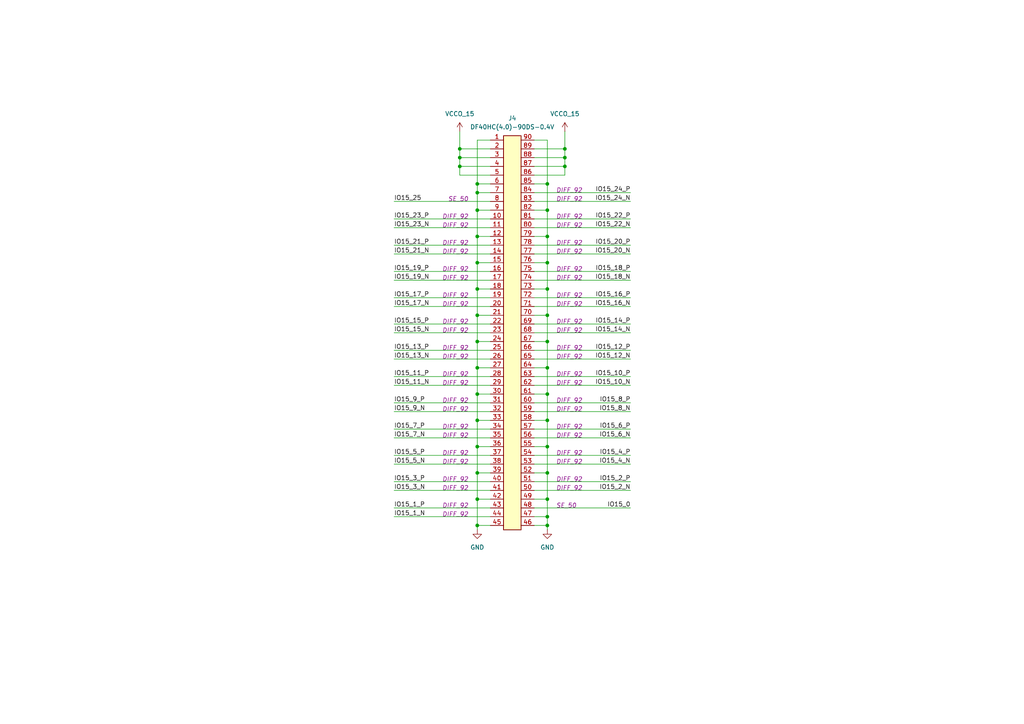
<source format=kicad_sch>
(kicad_sch (version 20250114) (generator "eeschema") (generator_version "9.0")
  (paper "A4")
  (title_block (title "nuku.carrier.template.bare / core-west-15") (date "2025-06-09") (rev "0") (company "Samuel López Asunción") (comment 1 "@supersmau"))
  (lib_symbols
    (symbol "nuku:DF40HC(4.0)-90DS-0.4V"
      (property "Reference" "J" (at 0 3.81 0))
      (property "Value" "DF40HC(4.0)-90DS-0.4V" (at 0 1.27 0))
      (symbol "DF40HC(4.0)-90DS-0.4V_0_1"
        (rectangle (start 0 0) (end 5.08 -114.3) (stroke (width 0.254)) (fill (type background)))
      )
      (symbol "DF40HC(4.0)-90DS-0.4V_1_1"
        (pin passive line (at -3.81 -1.27 0) (length 3.81) (name "") (number "1"))
        (pin passive line (at -3.81 -3.81 0) (length 3.81) (name "") (number "2"))
        (pin passive line (at -3.81 -6.35 0) (length 3.81) (name "") (number "3"))
        (pin passive line (at -3.81 -8.89 0) (length 3.81) (name "") (number "4"))
        (pin passive line (at -3.81 -11.43 0) (length 3.81) (name "") (number "5"))
        (pin passive line (at -3.81 -13.97 0) (length 3.81) (name "") (number "6"))
        (pin passive line (at -3.81 -16.51 0) (length 3.81) (name "") (number "7"))
        (pin passive line (at -3.81 -19.05 0) (length 3.81) (name "") (number "8"))
        (pin passive line (at -3.81 -21.59 0) (length 3.81) (name "") (number "9"))
        (pin passive line (at -3.81 -24.13 0) (length 3.81) (name "") (number "10"))
        (pin passive line (at -3.81 -26.67 0) (length 3.81) (name "") (number "11"))
        (pin passive line (at -3.81 -29.21 0) (length 3.81) (name "") (number "12"))
        (pin passive line (at -3.81 -31.75 0) (length 3.81) (name "") (number "13"))
        (pin passive line (at -3.81 -34.29 0) (length 3.81) (name "") (number "14"))
        (pin passive line (at -3.81 -36.83 0) (length 3.81) (name "") (number "15"))
        (pin passive line (at -3.81 -39.37 0) (length 3.81) (name "") (number "16"))
        (pin passive line (at -3.81 -41.91 0) (length 3.81) (name "") (number "17"))
        (pin passive line (at -3.81 -44.45 0) (length 3.81) (name "") (number "18"))
        (pin passive line (at -3.81 -46.99 0) (length 3.81) (name "") (number "19"))
        (pin passive line (at -3.81 -49.53 0) (length 3.81) (name "") (number "20"))
        (pin passive line (at -3.81 -52.07 0) (length 3.81) (name "") (number "21"))
        (pin passive line (at -3.81 -54.61 0) (length 3.81) (name "") (number "22"))
        (pin passive line (at -3.81 -57.15 0) (length 3.81) (name "") (number "23"))
        (pin passive line (at -3.81 -59.69 0) (length 3.81) (name "") (number "24"))
        (pin passive line (at -3.81 -62.23 0) (length 3.81) (name "") (number "25"))
        (pin passive line (at -3.81 -64.77 0) (length 3.81) (name "") (number "26"))
        (pin passive line (at -3.81 -67.31 0) (length 3.81) (name "") (number "27"))
        (pin passive line (at -3.81 -69.85 0) (length 3.81) (name "") (number "28"))
        (pin passive line (at -3.81 -72.39 0) (length 3.81) (name "") (number "29"))
        (pin passive line (at -3.81 -74.93 0) (length 3.81) (name "") (number "30"))
        (pin passive line (at -3.81 -77.47 0) (length 3.81) (name "") (number "31"))
        (pin passive line (at -3.81 -80.01 0) (length 3.81) (name "") (number "32"))
        (pin passive line (at -3.81 -82.55 0) (length 3.81) (name "") (number "33"))
        (pin passive line (at -3.81 -85.09 0) (length 3.81) (name "") (number "34"))
        (pin passive line (at -3.81 -87.63 0) (length 3.81) (name "") (number "35"))
        (pin passive line (at -3.81 -90.17 0) (length 3.81) (name "") (number "36"))
        (pin passive line (at -3.81 -92.71 0) (length 3.81) (name "") (number "37"))
        (pin passive line (at -3.81 -95.25 0) (length 3.81) (name "") (number "38"))
        (pin passive line (at -3.81 -97.79 0) (length 3.81) (name "") (number "39"))
        (pin passive line (at -3.81 -100.33 0) (length 3.81) (name "") (number "40"))
        (pin passive line (at -3.81 -102.87 0) (length 3.81) (name "") (number "41"))
        (pin passive line (at -3.81 -105.41 0) (length 3.81) (name "") (number "42"))
        (pin passive line (at -3.81 -107.95 0) (length 3.81) (name "") (number "43"))
        (pin passive line (at -3.81 -110.49 0) (length 3.81) (name "") (number "44"))
        (pin passive line (at -3.81 -113.03 0) (length 3.81) (name "") (number "45"))
        (pin passive line (at 8.89 -1.27 180) (length 3.81) (name "") (number "90"))
        (pin passive line (at 8.89 -3.81 180) (length 3.81) (name "") (number "89"))
        (pin passive line (at 8.89 -6.35 180) (length 3.81) (name "") (number "88"))
        (pin passive line (at 8.89 -8.89 180) (length 3.81) (name "") (number "87"))
        (pin passive line (at 8.89 -11.43 180) (length 3.81) (name "") (number "86"))
        (pin passive line (at 8.89 -13.97 180) (length 3.81) (name "") (number "85"))
        (pin passive line (at 8.89 -16.51 180) (length 3.81) (name "") (number "84"))
        (pin passive line (at 8.89 -19.05 180) (length 3.81) (name "") (number "83"))
        (pin passive line (at 8.89 -21.59 180) (length 3.81) (name "") (number "82"))
        (pin passive line (at 8.89 -24.13 180) (length 3.81) (name "") (number "81"))
        (pin passive line (at 8.89 -26.67 180) (length 3.81) (name "") (number "80"))
        (pin passive line (at 8.89 -29.21 180) (length 3.81) (name "") (number "79"))
        (pin passive line (at 8.89 -31.75 180) (length 3.81) (name "") (number "78"))
        (pin passive line (at 8.89 -34.29 180) (length 3.81) (name "") (number "77"))
        (pin passive line (at 8.89 -36.83 180) (length 3.81) (name "") (number "76"))
        (pin passive line (at 8.89 -39.37 180) (length 3.81) (name "") (number "75"))
        (pin passive line (at 8.89 -41.91 180) (length 3.81) (name "") (number "74"))
        (pin passive line (at 8.89 -44.45 180) (length 3.81) (name "") (number "73"))
        (pin passive line (at 8.89 -46.99 180) (length 3.81) (name "") (number "72"))
        (pin passive line (at 8.89 -49.53 180) (length 3.81) (name "") (number "71"))
        (pin passive line (at 8.89 -52.07 180) (length 3.81) (name "") (number "70"))
        (pin passive line (at 8.89 -54.61 180) (length 3.81) (name "") (number "69"))
        (pin passive line (at 8.89 -57.15 180) (length 3.81) (name "") (number "68"))
        (pin passive line (at 8.89 -59.69 180) (length 3.81) (name "") (number "67"))
        (pin passive line (at 8.89 -62.23 180) (length 3.81) (name "") (number "66"))
        (pin passive line (at 8.89 -64.77 180) (length 3.81) (name "") (number "65"))
        (pin passive line (at 8.89 -67.31 180) (length 3.81) (name "") (number "64"))
        (pin passive line (at 8.89 -69.85 180) (length 3.81) (name "") (number "63"))
        (pin passive line (at 8.89 -72.39 180) (length 3.81) (name "") (number "62"))
        (pin passive line (at 8.89 -74.93 180) (length 3.81) (name "") (number "61"))
        (pin passive line (at 8.89 -77.47 180) (length 3.81) (name "") (number "60"))
        (pin passive line (at 8.89 -80.01 180) (length 3.81) (name "") (number "59"))
        (pin passive line (at 8.89 -82.55 180) (length 3.81) (name "") (number "58"))
        (pin passive line (at 8.89 -85.09 180) (length 3.81) (name "") (number "57"))
        (pin passive line (at 8.89 -87.63 180) (length 3.81) (name "") (number "56"))
        (pin passive line (at 8.89 -90.17 180) (length 3.81) (name "") (number "55"))
        (pin passive line (at 8.89 -92.71 180) (length 3.81) (name "") (number "54"))
        (pin passive line (at 8.89 -95.25 180) (length 3.81) (name "") (number "53"))
        (pin passive line (at 8.89 -97.79 180) (length 3.81) (name "") (number "52"))
        (pin passive line (at 8.89 -100.33 180) (length 3.81) (name "") (number "51"))
        (pin passive line (at 8.89 -102.87 180) (length 3.81) (name "") (number "50"))
        (pin passive line (at 8.89 -105.41 180) (length 3.81) (name "") (number "49"))
        (pin passive line (at 8.89 -107.95 180) (length 3.81) (name "") (number "48"))
        (pin passive line (at 8.89 -110.49 180) (length 3.81) (name "") (number "47"))
        (pin passive line (at 8.89 -113.03 180) (length 3.81) (name "") (number "46"))
      )
    )
    (symbol "power:GND" (power) (pin_numbers (hide yes)) (pin_names (offset 0) (hide yes))
      (property "Value" "GND" (at 0 -3.81 0))
      (symbol "GND_0_1"
        (polyline (pts (xy 0 0) (xy 0 -1.27) (xy 1.27 -1.27) (xy 0 -2.54) (xy -1.27 -1.27) (xy 0 -1.27)))
      )
      (symbol "GND_1_1"
        (pin power_in line (at 0 0 270) (length 0) (name "~") (number "1"))
      )
    )
    (symbol "power:VCC" (power) (pin_numbers (hide yes)) (pin_names (offset 0) (hide yes))
      (property "Value" "VCC" (at 0 3.556 0))
      (symbol "VCC_0_1"
        (polyline (pts (xy -0.762 1.27) (xy 0 2.54)))
        (polyline (pts (xy 0 2.54) (xy 0.762 1.27)))
        (polyline (pts (xy 0 0) (xy 0 2.54)))
      )
      (symbol "VCC_1_1"
        (pin power_in line (at 0 0 90) (length 0) (name "~") (number "1"))
      )
    )
  )
  (junction (at 163.83 48.26))
  (junction (at 158.75 76.2))
  (junction (at 138.43 144.78))
  (junction (at 158.75 60.96))
  (junction (at 138.43 129.54))
  (junction (at 138.43 83.82))
  (junction (at 158.75 152.4))
  (junction (at 133.35 48.26))
  (junction (at 158.75 129.54))
  (junction (at 138.43 53.34))
  (junction (at 138.43 106.68))
  (junction (at 138.43 137.16))
  (junction (at 138.43 152.4))
  (junction (at 138.43 76.2))
  (junction (at 158.75 99.06))
  (junction (at 158.75 83.82))
  (junction (at 138.43 114.3))
  (junction (at 138.43 121.92))
  (junction (at 158.75 137.16))
  (junction (at 158.75 68.58))
  (junction (at 138.43 68.58))
  (junction (at 158.75 53.34))
  (junction (at 138.43 60.96))
  (junction (at 158.75 149.86))
  (junction (at 158.75 121.92))
  (junction (at 138.43 91.44))
  (junction (at 138.43 55.88))
  (junction (at 133.35 43.18))
  (junction (at 133.35 45.72))
  (junction (at 163.83 43.18))
  (junction (at 158.75 106.68))
  (junction (at 158.75 91.44))
  (junction (at 158.75 114.3))
  (junction (at 163.83 45.72))
  (junction (at 158.75 144.78))
  (junction (at 138.43 99.06))
  (wire (pts (xy 158.75 137.16) (xy 154.94 137.16)))
  (wire (pts (xy 138.43 106.68) (xy 138.43 114.3)))
  (wire (pts (xy 133.35 45.72) (xy 142.24 45.72)))
  (wire (pts (xy 158.75 83.82) (xy 154.94 83.82)))
  (wire (pts (xy 138.43 83.82) (xy 138.43 76.2)))
  (wire (pts (xy 158.75 144.78) (xy 154.94 144.78)))
  (wire (pts (xy 142.24 106.68) (xy 138.43 106.68)))
  (wire (pts (xy 154.94 58.42) (xy 182.88 58.42)))
  (wire (pts (xy 158.75 114.3) (xy 158.75 121.92)))
  (wire (pts (xy 142.24 50.8) (xy 133.35 50.8)))
  (wire (pts (xy 158.75 149.86) (xy 158.75 152.4)))
  (wire (pts (xy 154.94 109.22) (xy 182.88 109.22)))
  (wire (pts (xy 138.43 91.44) (xy 138.43 83.82)))
  (wire (pts (xy 158.75 76.2) (xy 158.75 68.58)))
  (wire (pts (xy 114.3 111.76) (xy 142.24 111.76)))
  (wire (pts (xy 154.94 73.66) (xy 182.88 73.66)))
  (wire (pts (xy 154.94 101.6) (xy 182.88 101.6)))
  (wire (pts (xy 154.94 127) (xy 182.88 127)))
  (wire (pts (xy 158.75 129.54) (xy 154.94 129.54)))
  (wire (pts (xy 114.3 127) (xy 142.24 127)))
  (wire (pts (xy 133.35 43.18) (xy 133.35 45.72)))
  (wire (pts (xy 114.3 116.84) (xy 142.24 116.84)))
  (wire (pts (xy 154.94 104.14) (xy 182.88 104.14)))
  (wire (pts (xy 138.43 121.92) (xy 142.24 121.92)))
  (wire (pts (xy 158.75 114.3) (xy 154.94 114.3)))
  (wire (pts (xy 163.83 43.18) (xy 163.83 45.72)))
  (wire (pts (xy 138.43 121.92) (xy 138.43 129.54)))
  (wire (pts (xy 142.24 40.64) (xy 138.43 40.64)))
  (wire (pts (xy 138.43 60.96) (xy 142.24 60.96)))
  (wire (pts (xy 158.75 121.92) (xy 158.75 129.54)))
  (wire (pts (xy 154.94 93.98) (xy 182.88 93.98)))
  (wire (pts (xy 158.75 68.58) (xy 158.75 60.96)))
  (wire (pts (xy 154.94 149.86) (xy 158.75 149.86)))
  (wire (pts (xy 154.94 96.52) (xy 182.88 96.52)))
  (wire (pts (xy 114.3 81.28) (xy 142.24 81.28)))
  (wire (pts (xy 138.43 99.06) (xy 138.43 106.68)))
  (wire (pts (xy 154.94 71.12) (xy 182.88 71.12)))
  (wire (pts (xy 158.75 152.4) (xy 154.94 152.4)))
  (wire (pts (xy 138.43 40.64) (xy 138.43 53.34)))
  (wire (pts (xy 158.75 144.78) (xy 158.75 149.86)))
  (wire (pts (xy 158.75 99.06) (xy 158.75 91.44)))
  (wire (pts (xy 158.75 106.68) (xy 158.75 114.3)))
  (wire (pts (xy 138.43 99.06) (xy 138.43 91.44)))
  (wire (pts (xy 154.94 111.76) (xy 182.88 111.76)))
  (wire (pts (xy 154.94 63.5) (xy 182.88 63.5)))
  (wire (pts (xy 158.75 129.54) (xy 158.75 137.16)))
  (wire (pts (xy 138.43 76.2) (xy 138.43 68.58)))
  (wire (pts (xy 114.3 134.62) (xy 142.24 134.62)))
  (wire (pts (xy 154.94 66.04) (xy 182.88 66.04)))
  (wire (pts (xy 114.3 93.98) (xy 142.24 93.98)))
  (wire (pts (xy 154.94 88.9) (xy 182.88 88.9)))
  (wire (pts (xy 163.83 50.8) (xy 163.83 48.26)))
  (wire (pts (xy 154.94 78.74) (xy 182.88 78.74)))
  (wire (pts (xy 138.43 137.16) (xy 138.43 144.78)))
  (wire (pts (xy 114.3 149.86) (xy 142.24 149.86)))
  (wire (pts (xy 114.3 101.6) (xy 142.24 101.6)))
  (wire (pts (xy 163.83 48.26) (xy 163.83 45.72)))
  (wire (pts (xy 114.3 109.22) (xy 142.24 109.22)))
  (wire (pts (xy 114.3 73.66) (xy 142.24 73.66)))
  (wire (pts (xy 154.94 55.88) (xy 182.88 55.88)))
  (wire (pts (xy 138.43 68.58) (xy 142.24 68.58)))
  (wire (pts (xy 138.43 152.4) (xy 142.24 152.4)))
  (wire (pts (xy 133.35 43.18) (xy 142.24 43.18)))
  (wire (pts (xy 158.75 152.4) (xy 158.75 153.67)))
  (wire (pts (xy 163.83 38.1) (xy 163.83 43.18)))
  (wire (pts (xy 158.75 60.96) (xy 154.94 60.96)))
  (wire (pts (xy 138.43 114.3) (xy 142.24 114.3)))
  (wire (pts (xy 114.3 96.52) (xy 142.24 96.52)))
  (wire (pts (xy 114.3 58.42) (xy 142.24 58.42)))
  (wire (pts (xy 154.94 106.68) (xy 158.75 106.68)))
  (wire (pts (xy 114.3 66.04) (xy 142.24 66.04)))
  (wire (pts (xy 154.94 142.24) (xy 182.88 142.24)))
  (wire (pts (xy 154.94 81.28) (xy 182.88 81.28)))
  (wire (pts (xy 138.43 129.54) (xy 142.24 129.54)))
  (wire (pts (xy 138.43 83.82) (xy 142.24 83.82)))
  (wire (pts (xy 138.43 144.78) (xy 138.43 152.4)))
  (wire (pts (xy 158.75 68.58) (xy 154.94 68.58)))
  (wire (pts (xy 138.43 53.34) (xy 142.24 53.34)))
  (wire (pts (xy 138.43 60.96) (xy 138.43 55.88)))
  (wire (pts (xy 158.75 91.44) (xy 154.94 91.44)))
  (wire (pts (xy 154.94 147.32) (xy 182.88 147.32)))
  (wire (pts (xy 133.35 38.1) (xy 133.35 43.18)))
  (wire (pts (xy 138.43 55.88) (xy 138.43 53.34)))
  (wire (pts (xy 114.3 119.38) (xy 142.24 119.38)))
  (wire (pts (xy 154.94 40.64) (xy 158.75 40.64)))
  (wire (pts (xy 158.75 91.44) (xy 158.75 83.82)))
  (wire (pts (xy 158.75 40.64) (xy 158.75 53.34)))
  (wire (pts (xy 154.94 86.36) (xy 182.88 86.36)))
  (wire (pts (xy 158.75 99.06) (xy 154.94 99.06)))
  (wire (pts (xy 158.75 99.06) (xy 158.75 106.68)))
  (wire (pts (xy 114.3 78.74) (xy 142.24 78.74)))
  (wire (pts (xy 138.43 137.16) (xy 142.24 137.16)))
  (wire (pts (xy 158.75 53.34) (xy 154.94 53.34)))
  (wire (pts (xy 114.3 104.14) (xy 142.24 104.14)))
  (wire (pts (xy 114.3 71.12) (xy 142.24 71.12)))
  (wire (pts (xy 158.75 53.34) (xy 158.75 60.96)))
  (wire (pts (xy 138.43 99.06) (xy 142.24 99.06)))
  (wire (pts (xy 142.24 48.26) (xy 133.35 48.26)))
  (wire (pts (xy 154.94 43.18) (xy 163.83 43.18)))
  (wire (pts (xy 114.3 88.9) (xy 142.24 88.9)))
  (wire (pts (xy 158.75 83.82) (xy 158.75 76.2)))
  (wire (pts (xy 114.3 132.08) (xy 142.24 132.08)))
  (wire (pts (xy 154.94 45.72) (xy 163.83 45.72)))
  (wire (pts (xy 154.94 134.62) (xy 182.88 134.62)))
  (wire (pts (xy 114.3 139.7) (xy 142.24 139.7)))
  (wire (pts (xy 114.3 124.46) (xy 142.24 124.46)))
  (wire (pts (xy 133.35 50.8) (xy 133.35 48.26)))
  (wire (pts (xy 138.43 91.44) (xy 142.24 91.44)))
  (wire (pts (xy 154.94 139.7) (xy 182.88 139.7)))
  (wire (pts (xy 138.43 68.58) (xy 138.43 60.96)))
  (wire (pts (xy 138.43 152.4) (xy 138.43 153.67)))
  (wire (pts (xy 114.3 142.24) (xy 142.24 142.24)))
  (wire (pts (xy 114.3 63.5) (xy 142.24 63.5)))
  (wire (pts (xy 138.43 114.3) (xy 138.43 121.92)))
  (wire (pts (xy 138.43 144.78) (xy 142.24 144.78)))
  (wire (pts (xy 154.94 50.8) (xy 163.83 50.8)))
  (wire (pts (xy 138.43 129.54) (xy 138.43 137.16)))
  (wire (pts (xy 114.3 86.36) (xy 142.24 86.36)))
  (wire (pts (xy 154.94 132.08) (xy 182.88 132.08)))
  (wire (pts (xy 158.75 137.16) (xy 158.75 144.78)))
  (wire (pts (xy 154.94 48.26) (xy 163.83 48.26)))
  (wire (pts (xy 154.94 124.46) (xy 182.88 124.46)))
  (wire (pts (xy 138.43 76.2) (xy 142.24 76.2)))
  (wire (pts (xy 154.94 116.84) (xy 182.88 116.84)))
  (wire (pts (xy 114.3 147.32) (xy 142.24 147.32)))
  (wire (pts (xy 138.43 55.88) (xy 142.24 55.88)))
  (wire (pts (xy 154.94 119.38) (xy 182.88 119.38)))
  (wire (pts (xy 158.75 76.2) (xy 154.94 76.2)))
  (wire (pts (xy 158.75 121.92) (xy 154.94 121.92)))
  (wire (pts (xy 133.35 48.26) (xy 133.35 45.72)))
  (label "IO15_14_N" (at 182.88 96.52 180) (property "Netclass" "DIFF_92" (at 161.29 96.52 0) (effects (font (italic yes)) (justify left bottom))))
  (label "IO15_8_P" (at 182.88 116.84 180) (property "Netclass" "DIFF_92" (at 161.29 116.84 0) (effects (font (italic yes)) (justify left bottom))))
  (label "IO15_13_P" (at 114.3 101.6 0) (property "Netclass" "DIFF_92" (at 135.89 101.6 0) (effects (font (italic yes)) (justify right bottom))))
  (label "IO15_1_N" (at 114.3 149.86 0) (property "Netclass" "DIFF_92" (at 135.89 149.86 0) (effects (font (italic yes)) (justify right bottom))))
  (label "IO15_12_N" (at 182.88 104.14 180) (property "Netclass" "DIFF_92" (at 161.29 104.14 0) (effects (font (italic yes)) (justify left bottom))))
  (label "IO15_7_P" (at 114.3 124.46 0) (property "Netclass" "DIFF_92" (at 135.89 124.46 0) (effects (font (italic yes)) (justify right bottom))))
  (label "IO15_8_N" (at 182.88 119.38 180) (property "Netclass" "DIFF_92" (at 161.29 119.38 0) (effects (font (italic yes)) (justify left bottom))))
  (label "IO15_21_P" (at 114.3 71.12 0) (property "Netclass" "DIFF_92" (at 135.89 71.12 0) (effects (font (italic yes)) (justify right bottom))))
  (label "IO15_14_P" (at 182.88 93.98 180) (property "Netclass" "DIFF_92" (at 161.29 93.98 0) (effects (font (italic yes)) (justify left bottom))))
  (label "IO15_22_P" (at 182.88 63.5 180) (property "Netclass" "DIFF_92" (at 161.29 63.5 0) (effects (font (italic yes)) (justify left bottom))))
  (label "IO15_3_N" (at 114.3 142.24 0) (property "Netclass" "DIFF_92" (at 135.89 142.24 0) (effects (font (italic yes)) (justify right bottom))))
  (label "IO15_19_P" (at 114.3 78.74 0) (property "Netclass" "DIFF_92" (at 135.89 78.74 0) (effects (font (italic yes)) (justify right bottom))))
  (label "IO15_24_N" (at 182.88 58.42 180) (property "Netclass" "DIFF_92" (at 161.29 58.42 0) (effects (font (italic yes)) (justify left bottom))))
  (label "IO15_2_N" (at 182.88 142.24 180) (property "Netclass" "DIFF_92" (at 161.29 142.24 0) (effects (font (italic yes)) (justify left bottom))))
  (label "IO15_23_N" (at 114.3 66.04 0) (property "Netclass" "DIFF_92" (at 135.89 66.04 0) (effects (font (italic yes)) (justify right bottom))))
  (label "IO15_9_P" (at 114.3 116.84 0) (property "Netclass" "DIFF_92" (at 135.89 116.84 0) (effects (font (italic yes)) (justify right bottom))))
  (label "IO15_23_P" (at 114.3 63.5 0) (property "Netclass" "DIFF_92" (at 135.89 63.5 0) (effects (font (italic yes)) (justify right bottom))))
  (label "IO15_22_N" (at 182.88 66.04 180) (property "Netclass" "DIFF_92" (at 161.29 66.04 0) (effects (font (italic yes)) (justify left bottom))))
  (label "IO15_10_N" (at 182.88 111.76 180) (property "Netclass" "DIFF_92" (at 161.29 111.76 0) (effects (font (italic yes)) (justify left bottom))))
  (label "IO15_11_P" (at 114.3 109.22 0) (property "Netclass" "DIFF_92" (at 135.89 109.22 0) (effects (font (italic yes)) (justify right bottom))))
  (label "IO15_15_P" (at 114.3 93.98 0) (property "Netclass" "DIFF_92" (at 135.89 93.98 0) (effects (font (italic yes)) (justify right bottom))))
  (label "IO15_1_P" (at 114.3 147.32 0) (property "Netclass" "DIFF_92" (at 135.89 147.32 0) (effects (font (italic yes)) (justify right bottom))))
  (label "IO15_6_P" (at 182.88 124.46 180) (property "Netclass" "DIFF_92" (at 161.29 124.46 0) (effects (font (italic yes)) (justify left bottom))))
  (label "IO15_5_N" (at 114.3 134.62 0) (property "Netclass" "DIFF_92" (at 135.89 134.62 0) (effects (font (italic yes)) (justify right bottom))))
  (label "IO15_15_N" (at 114.3 96.52 0) (property "Netclass" "DIFF_92" (at 135.89 96.52 0) (effects (font (italic yes)) (justify right bottom))))
  (label "IO15_18_N" (at 182.88 81.28 180) (property "Netclass" "DIFF_92" (at 161.29 81.28 0) (effects (font (italic yes)) (justify left bottom))))
  (label "IO15_5_P" (at 114.3 132.08 0) (property "Netclass" "DIFF_92" (at 135.89 132.08 0) (effects (font (italic yes)) (justify right bottom))))
  (label "IO15_6_N" (at 182.88 127 180) (property "Netclass" "DIFF_92" (at 161.29 127 0) (effects (font (italic yes)) (justify left bottom))))
  (label "IO15_2_P" (at 182.88 139.7 180) (property "Netclass" "DIFF_92" (at 161.29 139.7 0) (effects (font (italic yes)) (justify left bottom))))
  (label "IO15_4_N" (at 182.88 134.62 180) (property "Netclass" "DIFF_92" (at 161.29 134.62 0) (effects (font (italic yes)) (justify left bottom))))
  (label "IO15_18_P" (at 182.88 78.74 180) (property "Netclass" "DIFF_92" (at 161.29 78.74 0) (effects (font (italic yes)) (justify left bottom))))
  (label "IO15_20_P" (at 182.88 71.12 180) (property "Netclass" "DIFF_92" (at 161.29 71.12 0) (effects (font (italic yes)) (justify left bottom))))
  (label "IO15_7_N" (at 114.3 127 0) (property "Netclass" "DIFF_92" (at 135.89 127 0) (effects (font (italic yes)) (justify right bottom))))
  (label "IO15_16_P" (at 182.88 86.36 180) (property "Netclass" "DIFF_92" (at 161.29 86.36 0) (effects (font (italic yes)) (justify left bottom))))
  (label "IO15_0" (at 182.88 147.32 180) (property "Netclass" "SE_50" (at 161.29 147.32 0) (effects (font (italic yes)) (justify left bottom))))
  (label "IO15_19_N" (at 114.3 81.28 0) (property "Netclass" "DIFF_92" (at 135.89 81.28 0) (effects (font (italic yes)) (justify right bottom))))
  (label "IO15_16_N" (at 182.88 88.9 180) (property "Netclass" "DIFF_92" (at 161.29 88.9 0) (effects (font (italic yes)) (justify left bottom))))
  (label "IO15_11_N" (at 114.3 111.76 0) (property "Netclass" "DIFF_92" (at 135.89 111.76 0) (effects (font (italic yes)) (justify right bottom))))
  (label "IO15_21_N" (at 114.3 73.66 0) (property "Netclass" "DIFF_92" (at 135.89 73.66 0) (effects (font (italic yes)) (justify right bottom))))
  (label "IO15_17_P" (at 114.3 86.36 0) (property "Netclass" "DIFF_92" (at 135.89 86.36 0) (effects (font (italic yes)) (justify right bottom))))
  (label "IO15_12_P" (at 182.88 101.6 180) (property "Netclass" "DIFF_92" (at 161.29 101.6 0) (effects (font (italic yes)) (justify left bottom))))
  (label "IO15_10_P" (at 182.88 109.22 180) (property "Netclass" "DIFF_92" (at 161.29 109.22 0) (effects (font (italic yes)) (justify left bottom))))
  (label "IO15_9_N" (at 114.3 119.38 0) (property "Netclass" "DIFF_92" (at 135.89 119.38 0) (effects (font (italic yes)) (justify right bottom))))
  (label "IO15_13_N" (at 114.3 104.14 0) (property "Netclass" "DIFF_92" (at 135.89 104.14 0) (effects (font (italic yes)) (justify right bottom))))
  (label "IO15_4_P" (at 182.88 132.08 180) (property "Netclass" "DIFF_92" (at 161.29 132.08 0) (effects (font (italic yes)) (justify left bottom))))
  (label "IO15_3_P" (at 114.3 139.7 0) (property "Netclass" "DIFF_92" (at 135.89 139.7 0) (effects (font (italic yes)) (justify right bottom))))
  (label "IO15_17_N" (at 114.3 88.9 0) (property "Netclass" "DIFF_92" (at 135.89 88.9 0) (effects (font (italic yes)) (justify right bottom))))
  (label "IO15_20_N" (at 182.88 73.66 180) (property "Netclass" "DIFF_92" (at 161.29 73.66 0) (effects (font (italic yes)) (justify left bottom))))
  (label "IO15_24_P" (at 182.88 55.88 180) (property "Netclass" "DIFF_92" (at 161.29 55.88 0) (effects (font (italic yes)) (justify left bottom))))
  (label "IO15_25" (at 114.3 58.42 0) (property "Netclass" "SE_50" (at 135.89 58.42 0) (effects (font (italic yes)) (justify right bottom))))
  (symbol (lib_id "power:VCC") (at 163.83 38.1 0) (unit 1)
    (property "Reference" "#PWR016" (effects (hide yes)))
    (property "Value" "VCCO_15" (at 163.83 33.02 0))
    (property "Description" "Power symbol creates a global label with name \"VCC\"" (effects (hide yes)))
  )
  (symbol (lib_id "power:VCC") (at 133.35 38.1 0) (unit 1)
    (property "Reference" "#PWR015" (effects (hide yes)))
    (property "Value" "VCCO_15" (at 133.35 33.02 0))
    (property "Description" "Power symbol creates a global label with name \"VCC\"" (effects (hide yes)))
  )
  (symbol (lib_id "power:GND") (at 138.43 153.67 0) (unit 1)
    (property "Reference" "#PWR019" (effects (hide yes)))
    (property "Value" "GND" (at 138.43 158.75 0))
    (property "Description" "Power symbol creates a global label with name \"GND\" , ground" (effects (hide yes)))
  )
  (symbol (lib_id "power:GND") (at 158.75 153.67 0) (mirror y) (unit 1)
    (property "Reference" "#PWR020" (effects (hide yes)))
    (property "Value" "GND" (at 158.75 158.75 0))
    (property "Description" "Power symbol creates a global label with name \"GND\" , ground" (effects (hide yes)))
  )
  (symbol (lib_id "nuku:DF40HC(4.0)-90DS-0.4V") (at 146.05 39.37 0) (unit 1)
    (property "Reference" "J4" (at 148.59 34.29 0))
    (property "Value" "DF40HC(4.0)-90DS-0.4V" (at 148.59 36.83 0))
    (property "Footprint" "nuku:DF40HC(4.0)-90DS-0.4V" (effects (hide yes)))
    (property "Datasheet" "https://www.lcsc.com/datasheet/lcsc_datasheet_2006112253_HRS-Hirose-DF40HC-4-0-90DS-0-4V-51_C597947.pdf" (effects (hide yes)))
    (property "LCSC" "C597947" (effects (hide yes)))
  )
)
</source>
